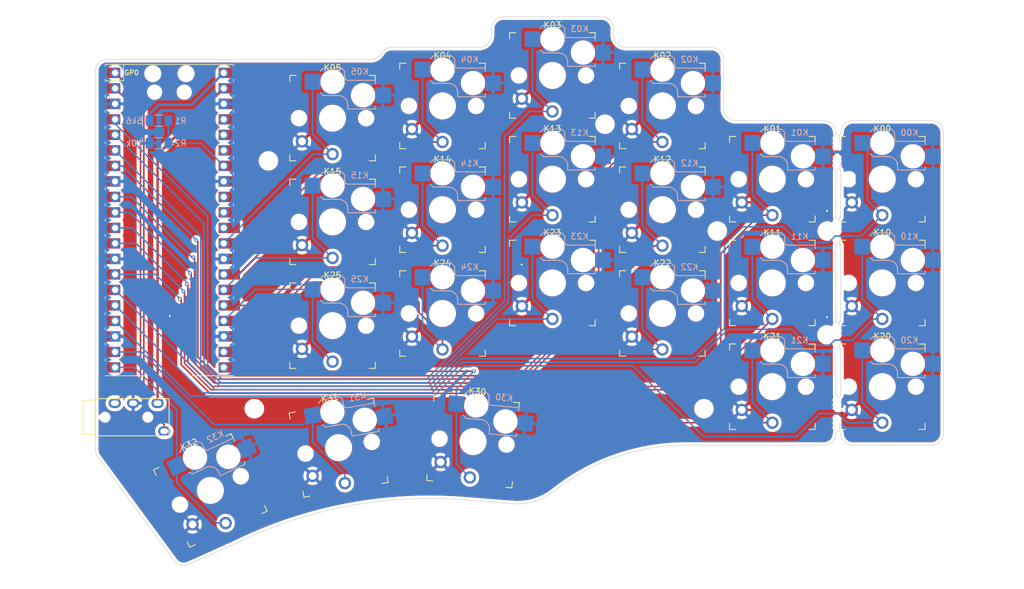
<source format=kicad_pcb>
(kicad_pcb (version 20211014) (generator pcbnew)
  (title_block (rev "rev1.0"))
  (layers (0 "F.Cu" signal) (31 "B.Cu" signal) (34 "B.Paste" user) (35 "F.Paste" user) (36 "B.SilkS" user "B.Silkscreen") (37 "F.SilkS" user "F.Silkscreen") (38 "B.Mask" user) (39 "F.Mask" user) (44 "Edge.Cuts" user))
  (net 0 "")
  (net 1 "GND")
  (net 2 "/k00")
  (net 3 "/k01")
  (net 4 "/k02")
  (net 5 "/k03")
  (net 6 "/k04")
  (net 7 "/k05")
  (net 8 "/k10")
  (net 9 "/k11")
  (net 10 "/k12")
  (net 11 "/k13")
  (net 12 "/k14")
  (net 13 "/k15")
  (net 14 "/k20")
  (net 15 "/k21")
  (net 16 "/k22")
  (net 17 "/k23")
  (net 18 "/k24")
  (net 19 "/k25")
  (net 20 "/k30")
  (net 21 "/k31")
  (net 22 "/k32")
  (net 23 "rx")
  (net 24 "tx")
  (net 25 "VBUS")
  (net 26 "vbus_sense")
  (net 33 "VCC")
  (footprint "keyswitches:Kailh_socket_PG1350_optional" (layer "F.Cu") (at 105.24 94)
    (fp_text reference "K25")
    (fp_text value "KEYSW")
  )
  (footprint "keyswitches:Kailh_socket_PG1350_optional" (layer "F.Cu") (at 123.24 92)
    (fp_text reference "K24")
    (fp_text value "KEYSW")
  )
  (footprint "keyswitches:Kailh_socket_PG1350_optional" (layer "F.Cu") (at 177.24 104)
    (fp_text reference "K21")
    (fp_text value "KEYSW")
  )
  (footprint "keyswitches:Kailh_socket_PG1350_optional" (layer "F.Cu") (at 159.24 58)
    (fp_text reference "K02")
    (fp_text value "KEYSW")
  )
  (footprint "keyswitches:Kailh_socket_PG1350_optional" (layer "F.Cu") (at 195.24 87)
    (fp_text reference "K10")
    (fp_text value "KEYSW")
  )
  (footprint "RPi_Pico:RPi_Pico_SMD_TH" (layer "F.Cu") (at 78.5368 76.708)
    (fp_text reference "U2" hide)
    (fp_text value "Pico")
  )
  (footprint "keyswitches:Kailh_socket_PG1350_optional" (layer "F.Cu") (at 123.24 58)
    (fp_text reference "K04")
    (fp_text value "KEYSW")
  )
  (footprint "keyswitches:Kailh_socket_PG1350_optional" (layer "F.Cu") (at 159.24 75)
    (fp_text reference "K12")
    (fp_text value "KEYSW")
  )
  (footprint "keyswitches:Kailh_socket_PG1350_optional" (layer "F.Cu") (at 128.24 113 -5)
    (fp_text reference "K30")
    (fp_text value "KEYSW")
  )
  (footprint "keyswitches:Kailh_socket_PG1350_optional" (layer "F.Cu") (at 177.24 70)
    (fp_text reference "K01")
    (fp_text value "KEYSW")
  )
  (footprint "keyswitches:Kailh_socket_PG1350_optional" (layer "F.Cu") (at 123.24 75)
    (fp_text reference "K14")
    (fp_text value "KEYSW")
  )
  (footprint "keyswitches:Kailh_socket_PG1350_optional" (layer "F.Cu") (at 141.24 87)
    (fp_text reference "K23")
    (fp_text value "KEYSW")
  )
  (footprint "keyswitches:Kailh_socket_PG1350_optional" (layer "F.Cu") (at 141.24 53)
    (fp_text reference "K03")
    (fp_text value "KEYSW")
  )
  (footprint "keyswitches:Kailh_socket_PG1350_optional" (layer "F.Cu") (at 159.24 92)
    (fp_text reference "K22")
    (fp_text value "KEYSW")
  )
  (footprint "Keebio-Parts:TRRS-PJ-320A" (layer "F.Cu") (at 66.39 109 90)
    (fp_text reference "J1" hide)
    (fp_text value "TRRS")
  )
  (footprint "keyswitches:Kailh_socket_PG1350_optional" (layer "F.Cu") (at 105.24 77)
    (fp_text reference "K15")
    (fp_text value "KEYSW")
  )
  (footprint "keyswitches:Kailh_socket_PG1350_optional" (layer "F.Cu") (at 85.24 121 25)
    (fp_text reference "K32")
    (fp_text value "KEYSW")
  )
  (footprint "keyswitches:Kailh_socket_PG1350_optional" (layer "F.Cu") (at 177.24 87)
    (fp_text reference "K11")
    (fp_text value "KEYSW")
  )
  (footprint "keyswitches:Kailh_socket_PG1350_optional" (layer "F.Cu") (at 105.24 60)
    (fp_text reference "K05")
    (fp_text value "KEYSW")
  )
  (footprint "keyswitches:Kailh_socket_PG1350_optional" (layer "F.Cu") (at 195.24 104)
    (fp_text reference "K20")
    (fp_text value "KEYSW")
  )
  (footprint "keyswitches:Kailh_socket_PG1350_optional" (layer "F.Cu") (at 141.24 70)
    (fp_text reference "K13")
    (fp_text value "KEYSW")
  )
  (footprint "keyswitches:Kailh_socket_PG1350_optional" (layer "F.Cu") (at 195.24 70)
    (fp_text reference "K00")
    (fp_text value "KEYSW")
  )
  (footprint "keyswitches:Kailh_socket_PG1350_optional" (layer "F.Cu") (at 106.24 114 10)
    (fp_text reference "K31")
    (fp_text value "KEYSW")
  )
  (footprint "Resistor_SMD:R_1206_3216Metric_Pad1.30x1.75mm_HandSolder" (layer "B.Cu") (at 76.8096 64.1096 180)
    (fp_text reference "R2")
    (fp_text value "10k")
  )
  (footprint "beekeeb_lib:MountingHole_2.2mm_M2-8mm" (layer "B.Cu") (at 166.04 107.6 180)
    (fp_text reference "H4" hide)
    (fp_text value "MountingHole")
  )
  (footprint "beekeeb_lib:MountingHole_2.2mm_M2-8mm" (layer "B.Cu") (at 94.74 67 180)
    (fp_text reference "H2" hide)
    (fp_text value "MountingHole")
  )
  (footprint "beekeeb_lib:MountingHole_2.2mm_M2-8mm" (layer "B.Cu") (at 186.24 95.5 180)
    (fp_text reference "H4" hide)
    (fp_text value "MountingHole")
  )
  (footprint "beekeeb_lib:mousebites_2" (layer "B.Cu") (at 187.84 78.5 90)
    (fp_text reference "MB1" hide)
    (fp_text value "MountingHole" hide)
  )
  (footprint "Resistor_SMD:R_1206_3216Metric_Pad1.30x1.75mm_HandSolder" (layer "B.Cu") (at 76.8096 60.4012)
    (fp_text reference "R1")
    (fp_text value "5k6")
  )
  (footprint "beekeeb_lib:mousebites_3" (layer "B.Cu") (at 187.84 108.4352 90)
    (fp_text reference "MB3" hide)
    (fp_text value "MountingHole" hide)
  )
  (footprint "beekeeb_lib:mousebites_2" (layer "B.Cu") (at 187.84 95.5 90)
    (fp_text reference "MB2" hide)
    (fp_text value "MountingHole" hide)
  )
  (footprint "beekeeb_lib:MountingHole_2.2mm_M2-8mm" (layer "B.Cu") (at 186.24 78.5 180)
    (fp_text reference "H4" hide)
    (fp_text value "MountingHole")
  )
  (footprint "beekeeb_lib:MountingHole_2.2mm_M2-8mm" (layer "B.Cu") (at 149.84 61 180)
    (fp_text reference "H1" hide)
    (fp_text value "MountingHole")
  )
  (footprint "beekeeb_lib:MountingHole_2.2mm_M2-8mm" (layer "B.Cu") (at 92.44 107.6 180)
    (fp_text reference "H3" hide)
    (fp_text value "MountingHole")
  )
  (footprint "beekeeb_lib:MountingHole_2.2mm_M2-8mm" (layer "B.Cu") (at 168.24 78.5 180)
    (fp_text reference "H1" hide)
    (fp_text value "MountingHole")
  )
  (footprint "beekeeb_lib:mousebites_3" (layer "B.Cu") (at 187.84 65.5352 90)
    (fp_text reference "MB4" hide)
    (fp_text value "MountingHole" hide)
  )
  (gr_line (start 187.64 105.3) (end 187.64 97.9) (layer "Edge.Cuts") (width 0.1))
  (gr_arc (start 66.44 52.2) (mid 66.967208 50.927208) (end 68.24 50.4) (layer "Edge.Cuts") (width 0.1))
  (gr_line (start 185.64 60.4) (end 171.24 60.4) (layer "Edge.Cuts") (width 0.1))
  (gr_arc (start 167.24 48.4) (mid 168.654214 48.985786) (end 169.24 50.4) (layer "Edge.Cuts") (width 0.1))
  (gr_line (start 162.74 113.6) (end 185.64 113.6) (layer "Edge.Cuts") (width 0.1))
  (gr_line (start 66.805956 115.487896) (end 79.290001 132.449999) (layer "Edge.Cuts") (width 0.1))
  (gr_arc (start 141.49 121.125) (mid 138.309029 122.788876) (end 134.74 123.175) (layer "Edge.Cuts") (width 0.1))
  (gr_arc (start 149.24 43.4) (mid 150.654214 43.985786) (end 151.24 45.4) (layer "Edge.Cuts") (width 0.1))
  (gr_arc (start 188.44 62.4) (mid 189.025786 60.985786) (end 190.44 60.4) (layer "Edge.Cuts") (width 0.1))
  (gr_line (start 111.489998 50.399998) (end 68.24 50.4) (layer "Edge.Cuts") (width 0.1))
  (gr_line (start 151.24 46.4) (end 151.24 45.4) (layer "Edge.Cuts") (width 0.1))
  (gr_arc (start 188.44 62.4) (mid 188.04 62.8) (end 187.64 62.4) (layer "Edge.Cuts") (width 0.1))
  (gr_line (start 131.24 45.4) (end 131.24 46.4) (layer "Edge.Cuts") (width 0.1))
  (gr_line (start 187.64 76.1) (end 187.64 68.7) (layer "Edge.Cuts") (width 0.1))
  (gr_arc (start 188.44 93.1) (mid 188.04 93.5) (end 187.64 93.1) (layer "Edge.Cuts") (width 0.1))
  (gr_arc (start 187.64 111.6) (mid 188.04 111.2) (end 188.44 111.6) (layer "Edge.Cuts") (width 0.1))
  (gr_arc (start 188.44 76.1) (mid 188.04 76.5) (end 187.64 76.1) (layer "Edge.Cuts") (width 0.1))
  (gr_arc (start 190.44 113.6) (mid 189.025786 113.014214) (end 188.44 111.6) (layer "Edge.Cuts") (width 0.1))
  (gr_line (start 188.44 105.3) (end 188.44 97.9) (layer "Edge.Cuts") (width 0.1))
  (gr_arc (start 66.805956 115.487896) (mid 66.53394 114.973899) (end 66.44 114.4) (layer "Edge.Cuts") (width 0.1))
  (gr_line (start 169.24 58.4) (end 169.24 50.4) (layer "Edge.Cuts") (width 0.1))
  (gr_arc (start 187.64 68.7) (mid 188.04 68.3) (end 188.44 68.7) (layer "Edge.Cuts") (width 0.1))
  (gr_line (start 203.24 60.4) (end 190.44 60.4) (layer "Edge.Cuts") (width 0.1))
  (gr_line (start 190.44 113.6) (end 203.24 113.6) (layer "Edge.Cuts") (width 0.1))
  (gr_arc (start 131.24 45.4) (mid 131.825786 43.985786) (end 133.24 43.4) (layer "Edge.Cuts") (width 0.1))
  (gr_arc (start 153.24 48.4) (mid 151.825786 47.814214) (end 151.24 46.4) (layer "Edge.Cuts") (width 0.1))
  (gr_arc (start 205.24 111.6) (mid 204.654214 113.014214) (end 203.24 113.6) (layer "Edge.Cuts") (width 0.1))
  (gr_line (start 66.44 113.2) (end 66.44 114.4) (layer "Edge.Cuts") (width 0.1))
  (gr_line (start 134.74 123.175) (end 127.44 122.600001) (layer "Edge.Cuts") (width 0.1))
  (gr_line (start 81.726132 133.121447) (end 89.110601 129.8) (layer "Edge.Cuts") (width 0.1))
  (gr_arc (start 187.64 111.6) (mid 187.054214 113.014214) (end 185.64 113.6) (layer "Edge.Cuts") (width 0.1))
  (gr_arc (start 131.24 46.4) (mid 130.654214 47.814214) (end 129.24 48.4) (layer "Edge.Cuts") (width 0.1))
  (gr_line (start 188.44 76.1) (end 188.44 68.7) (layer "Edge.Cuts") (width 0.1))
  (gr_arc (start 113.24 49.4) (mid 112.497791 50.132385) (end 111.489998 50.399998) (layer "Edge.Cuts") (width 0.1))
  (gr_line (start 205.24 111.6) (end 205.24 62.4) (layer "Edge.Cuts") (width 0.1))
  (gr_arc (start 187.64 97.9) (mid 188.04 97.5) (end 188.44 97.9) (layer "Edge.Cuts") (width 0.1))
  (gr_line (start 188.44 93.1) (end 188.44 80.9) (layer "Edge.Cuts") (width 0.1))
  (gr_arc (start 187.64 80.9) (mid 188.04 80.5) (end 188.44 80.9) (layer "Edge.Cuts") (width 0.1))
  (gr_line (start 149.24 43.4) (end 133.24 43.4) (layer "Edge.Cuts") (width 0.1))
  (gr_arc (start 203.24 60.4) (mid 204.654214 60.985786) (end 205.24 62.4) (layer "Edge.Cuts") (width 0.1))
  (gr_arc (start 141.49 121.125) (mid 151.483771 115.579961) (end 162.74 113.600001) (layer "Edge.Cuts") (width 0.1))
  (gr_line (start 167.24 48.4) (end 153.24 48.4) (layer "Edge.Cuts") (width 0.1))
  (gr_arc (start 113.24 49.4) (mid 113.953846 48.668538) (end 114.94 48.4) (layer "Edge.Cuts") (width 0.1))
  (gr_line (start 187.64 93.1) (end 187.64 80.9) (layer "Edge.Cuts") (width 0.1))
  (gr_line (start 66.44 52.2) (end 66.44 113.2) (layer "Edge.Cuts") (width 0.1))
  (gr_arc (start 188.44 105.3) (mid 188.04 105.7) (end 187.64 105.3) (layer "Edge.Cuts") (width 0.1))
  (gr_arc (start 171.24 60.4) (mid 169.825786 59.814214) (end 169.24 58.4) (layer "Edge.Cuts") (width 0.1))
  (gr_arc (start 185.64 60.4) (mid 187.054214 60.985786) (end 187.64 62.4) (layer "Edge.Cuts") (width 0.1))
  (gr_arc (start 81.726132 133.121447) (mid 80.381489 133.24497) (end 79.290001 132.449999) (layer "Edge.Cuts") (width 0.1))
  (gr_line (start 129.24 48.4) (end 114.94 48.4) (layer "Edge.Cuts") (width 0.1))
  (gr_arc (start 89.110601 129.8) (mid 107.780203 123.564333) (end 127.44 122.600001) (layer "Edge.Cuts") (width 0.1))
  (segment (start 191.2 72.84) (end 190.24 73.8) (width 0.4) (layer "F.Cu") (net 1))
  (segment (start 183.4 73.8) (end 186 71.2) (width 0.4) (layer "F.Cu") (net 1))
  (segment (start 188.084721 65.484721) (end 191.2 68.6) (width 0.4) (layer "F.Cu") (net 1))
  (segment (start 187.651206 65.484721) (end 188.084721 65.484721) (width 0.4) (layer "F.Cu") (net 1))
  (segment (start 189.655279 108.384721) (end 190.24 107.8) (width 0.4) (layer "F.Cu") (net 1))
  (segment (start 191.2 68.6) (end 191.2 72.84) (width 0.4) (layer "F.Cu") (net 1))
  (segment (start 186.965527 107.8) (end 187.550248 108.384721) (width 0.4) (layer "F.Cu") (net 1))
  (segment (start 186 71.2) (end 186 67.135927) (width 0.4) (layer "F.Cu") (net 1))
  (segment (start 172.24 73.8) (end 183.4 73.8) (width 0.4) (layer "F.Cu") (net 1))
  (segment (start 186 67.135927) (end 187.651206 65.484721) (width 0.4) (layer "F.Cu") (net 1))
  (segment (start 187.550248 108.384721) (end 189.655279 108.384721) (width 0.4) (layer "F.Cu") (net 1))
  (segment (start 172.24 107.8) (end 186.965527 107.8) (width 0.4) (layer "F.Cu") (net 1))
  (via (at 186.2 92.6) (size 0.6) (drill 0.3) (layers "F.Cu" "B.Cu") (net 1))
  (via (at 136.2 84) (size 0.6) (drill 0.3) (layers "F.Cu" "B.Cu") (net 1))
  (via (at 78.6 92.4) (size 0.6) (drill 0.3) (layers "F.Cu" "B.Cu") (net 1))
  (via (at 186.2 75.2) (size 0.6) (drill 0.3) (layers "F.Cu" "B.Cu") (net 1))
  (segment (start 191.089521 68.545448) (end 191.089521 72.950479) (width 0.4) (layer "B.Cu") (net 1))
  (segment (start 185.515 66.25) (end 186.179321 65.585679) (width 0.4) (layer "B.Cu") (net 1))
  (segment (start 186.179321 65.585679) (end 188.129752 65.585679) (width 0.4) (layer "B.Cu") (net 1))
  (segment (start 191.089521 72.950479) (end 190.24 73.8) (width 0.4) (layer "B.Cu") (net 1))
  (segment (start 188.129752 65.585679) (end 191.089521 68.545448) (width 0.4) (layer "B.Cu") (net 1))
  (segment (start 186.425289 80.4) (end 181.6 80.4) (width 0.25) (layer "B.Cu") (net 2))
  (segment (start 126.331414 99.4) (end 121.282856 104.448558) (width 0.25) (layer "B.Cu") (net 2))
  (segment (start 164.4 99.4) (end 126.331414 99.4) (width 0.25) (layer "B.Cu") (net 2))
  (segment (start 192.8 64.885) (end 192.8 73.46) (width 0.25) (layer "B.Cu") (net 2))
  (segment (start 181.6 80.4) (end 179 77.8) (width 0.25) (layer "B.Cu") (net 2))
  (segment (start 179 77.8) (end 172.4 77.8) (width 0.25) (layer "B.Cu") (net 2))
  (segment (start 191.965 64.05) (end 192.8 64.885) (width 0.25) (layer "B.Cu") (net 2))
  (segment (start 169.4 80.8) (end 169.4 94.4) (width 0.25) (layer "B.Cu") (net 2))
  (segment (start 191.814521 79.325479) (end 187.49981 79.325479) (width 0.25) (layer "B.Cu") (net 2))
  (segment (start 192.8 73.46) (end 195.24 75.9) (width 0.25) (layer "B.Cu") (net 2))
  (segment (start 172.4 77.8) (end 169.4 80.8) (width 0.25) (layer "B.Cu") (net 2))
  (segment (start 187.49981 79.325479) (end 186.425289 80.4) (width 0.25) (layer "B.Cu") (net 2))
  (segment (start 169.4 94.4) (end 164.4 99.4) (width 0.25) (layer "B.Cu") (net 2))
  (segment (start 195.24 75.9) (end 191.814521 79.325479) (width 0.25) (layer "B.Cu") (net 2))
  (segment (start 121.282856 104.448558) (end 85.957358 104.448558) (width 0.25) (layer "B.Cu") (net 2))
  (segment (start 85.957358 104.448558) (end 69.6468 88.138) (width 0.25) (layer "B.Cu") (net 2))
  (segment (start 175.1 75.9) (end 177.24 75.9) (width 0.25) (layer "F.Cu") (net 3))
  (segment (start 81.55144 99.928578) (end 85.572382 103.94952) (width 0.25) (layer "F.Cu") (net 3))
  (segment (start 168.8 82.2) (end 175.1 75.9) (width 0.25) (layer "F.Cu") (net 3))
  (segment (start 163.45048 103.94952) (end 168.8 98.6) (width 0.25) (layer "F.Cu") (net 3))
  (segment (start 168.8 98.6) (end 168.8 82.2) (width 0.25) (layer "F.Cu") (net 3))
  (segment (start 81.37646 87.2) (end 81.55144 87.37498) (width 0.25) (layer "F.Cu") (net 3))
  (segment (start 81.55144 87.37498) (end 81.55144 99.928578) (width 0.25) (layer "F.Cu") (net 3))
  (segment (start 85.572382 103.94952) (end 163.45048 103.94952) (width 0.25) (layer "F.Cu") (net 3))
  (via (at 81.37646 87.2) (size 0.6) (drill 0.3) (layers "F.Cu" "B.Cu") (net 3))
  (segment (start 173.965 72.625) (end 177.24 75.9) (width 0.25) (layer "B.Cu") (net 3))
  (segment (start 72.4535 77.978) (end 69.6468 77.978) (width 0.25) (layer "B.Cu") (net 3))
  (segment (start 81.37646 86.90096) (end 72.4535 77.978) (width 0.25) (layer "B.Cu") (net 3))
  (segment (start 81.37646 87.2) (end 81.37646 86.90096) (width 0.25) (layer "B.Cu") (net 3))
  (segment (start 173.965 64.05) (end 173.965 72.625) (width 0.25) (layer "B.Cu") (net 3))
  (segment (start 148.8 89.2) (end 148.8 69.8) (width 0.25) (layer "F.Cu") (net 4))
  (segment (start 82.92598 80) (end 83.2 80.27402) (width 0.25) (layer "F.Cu") (net 4))
  (segment (start 135.8 102.2) (end 148.8 89.2) (width 0.25) (layer "F.Cu") (net 4))
  (segment (start 154.7 63.9) (end 159.24 63.9) (width 0.25) (layer "F.Cu") (net 4))
  (segment (start 83.2 80.27402) (end 83.2 99.160222) (width 0.25) (layer "F.Cu") (net 4))
  (segment (start 83.2 99.160222) (end 86.239778 102.2) (width 0.25) (layer "F.Cu") (net 4))
  (segment (start 148.8 69.8) (end 154.7 63.9) (width 0.25) (layer "F.Cu") (net 4))
  (segment (start 86.239778 102.2) (end 135.8 102.2) (width 0.25) (layer "F.Cu") (net 4))
  (via (at 82.92598 80) (size 0.6) (drill 0.3) (layers "F.Cu" "B.Cu") (net 4))
  (segment (start 82.92598 79.94952) (end 70.79446 67.818) (width 0.25) (layer "B.Cu") (net 4))
  (segment (start 82.92598 80) (end 82.92598 79.94952) (width 0.25) (layer "B.Cu") (net 4))
  (segment (start 155.965 60.625) (end 159.24 63.9) (width 0.25) (layer "B.Cu") (net 4))
  (segment (start 70.79446 67.818) (end 69.6468 67.818) (width 0.25) (layer "B.Cu") (net 4))
  (segment (start 155.965 52.05) (end 155.965 60.625) (width 0.25) (layer "B.Cu") (net 4))
  (segment (start 69.6468 60.935568) (end 69.6468 60.198) (width 0.25) (layer "B.Cu") (net 5))
  (segment (start 133.4 63) (end 133.4 90) (width 0.25) (layer "B.Cu") (net 5))
  (segment (start 120.6 102.8) (end 87.2 102.8) (width 0.25) (layer "B.Cu") (net 5))
  (segment (start 87.2 102.8) (end 84.8 100.4) (width 0.25) (layer "B.Cu") (net 5))
  (segment (start 137.5 58.9) (end 133.4 63) (width 0.25) (layer "B.Cu") (net 5))
  (segment (start 84.8 76.088768) (end 69.6468 60.935568) (width 0.25) (layer "B.Cu") (net 5))
  (segment (start 137.965 55.625) (end 141.24 58.9) (width 0.25) (layer "B.Cu") (net 5))
  (segment (start 141.24 58.9) (end 137.5 58.9) (width 0.25) (layer "B.Cu") (net 5))
  (segment (start 137.965 47.05) (end 137.965 55.625) (width 0.25) (layer "B.Cu") (net 5))
  (segment (start 133.4 90) (end 120.6 102.8) (width 0.25) (layer "B.Cu") (net 5))
  (segment (start 84.8 100.4) (end 84.8 76.088768) (width 0.25) (layer "B.Cu") (net 5))
  (segment (start 103.2 68.8) (end 93.8 78.2) (width 0.25) (layer "F.Cu") (net 6))
  (segment (start 123.24 63.9) (end 117.3 63.9) (width 0.25) (layer "F.Cu") (net 6))
  (segment (start 93.8 78.2) (end 93.8 81.6) (width 0.25) (layer "F.Cu") (net 6))
  (segment (start 89.802 85.598) (end 87.4268 85.598) (width 0.25) (layer "F.Cu") (net 6))
  (segment (start 117.3 63.9) (end 112.4 68.8) (width 0.25) (layer "F.Cu") (net 6))
  (segment (start 93.8 81.6) (end 89.802 85.598) (width 0.25) (layer "F.Cu") (net 6))
  (segment (start 112.4 68.8) (end 103.2 68.8) (width 0.25) (layer "F.Cu") (net 6))
  (segment (start 119.965 52.05) (end 119.965 60.625) (width 0.25) (layer "B.Cu") (net 6))
  (segment (start 119.965 60.625) (end 123.24 63.9) (width 0.25) (layer "B.Cu") (net 6))
  (segment (start 101.965 62.625) (end 105.24 65.9) (width 0.25) (layer "B.Cu") (net 7))
  (segment (start 101.965 54.05) (end 101.965 62.625) (width 0.25) (layer "B.Cu") (net 7))
  (segment (start 102.0448 65.9) (end 87.4268 80.518) (width 0.25) (layer "B.Cu") (net 7))
  (segment (start 105.24 65.9) (end 102.0448 65.9) (width 0.25) (layer "B.Cu") (net 7))
  (segment (start 191.965 89.625) (end 195.24 92.9) (width 0.25) (layer "B.Cu") (net 8))
  (segment (start 180.4 94.6) (end 183 97.2) (width 0.25) (layer "B.Cu") (net 8))
  (segment (start 126.508552 100) (end 164.577138 100) (width 0.25) (layer "B.Cu") (net 8))
  (segment (start 187.6 96.4) (end 187.624521 96.375479) (width 0.25) (layer "B.Cu") (net 8))
  (segment (start 187.624521 96.375479) (end 190.327681 96.375479) (width 0.25) (layer "B.Cu") (net 8))
  (segment (start 186.6 97.2) (end 187.4 96.4) (width 0.25) (layer "B.Cu") (net 8))
  (segment (start 164.577138 100) (end 169.977138 94.6) (width 0.25) (layer "B.Cu") (net 8))
  (segment (start 193.80316 92.9) (end 195.24 92.9) (width 0.25) (layer "B.Cu") (net 8))
  (segment (start 191.965 81.05) (end 191.965 89.625) (width 0.25) (layer "B.Cu") (net 8))
  (segment (start 187.4 96.4) (end 187.6 96.4) (width 0.25) (layer "B.Cu") (net 8))
  (segment (start 69.6468 90.678) (end 83.966878 104.998078) (width 0.25) (layer "B.Cu") (net 8))
  (segment (start 169.977138 94.6) (end 180.4 94.6) (width 0.25) (layer "B.Cu") (net 8))
  (segment (start 190.327681 96.375479) (end 193.80316 92.9) (width 0.25) (layer "B.Cu") (net 8))
  (segment (start 121.510474 104.998078) (end 126.508552 100) (width 0.25) (layer "B.Cu") (net 8))
  (segment (start 183 97.2) (end 186.6 97.2) (width 0.25) (layer "B.Cu") (net 8))
  (segment (start 83.966878 104.998078) (end 121.510474 104.998078) (width 0.25) (layer "B.Cu") (net 8))
  (segment (start 165.54 104.6) (end 177.24 92.9) (width 0.25) (layer "F.Cu") (net 9))
  (segment (start 81.00192 88.45092) (end 81.001921 100.156197) (width 0.25) (layer "F.Cu") (net 9))
  (segment (start 85.344763 104.499039) (end 159.49904 104.49904) (width 0.25) (layer "F.Cu") (net 9))
  (segment (start 80.951 88.4) (end 81.00192 88.45092) (width 0.25) (layer "F.Cu") (net 9))
  (segment (start 80.82694 88.4) (end 80.951 88.4) (width 0.25) (layer "F.Cu") (net 9))
  (segment (start 159.49904 104.49904) (end 159.6 104.6) (width 0.25) (layer "F.Cu") (net 9))
  (segment (start 159.6 104.6) (end 165.54 104.6) (width 0.25) (layer "F.Cu") (net 9))
  (segment (start 81.001921 100.156197) (end 85.344763 104.499039) (width 0.25) (layer "F.Cu") (net 9))
  (via (at 80.82694 88.4) (size 0.6) (drill 0.3) (layers "F.Cu" "B.Cu") (net 9))
  (segment (start 80.82694 88.4) (end 80.82694 88.27594) (width 0.25) (layer "B.Cu") (net 9))
  (segment (start 173.965 89.625) (end 177.24 92.9) (width 0.25) (layer "B.Cu") (net 9))
  (segment (start 80.82694 88.27594) (end 73.069 80.518) (width 0.25) (layer "B.Cu") (net 9))
  (segment (start 173.965 81.05) (end 173.965 89.625) (width 0.25) (layer "B.Cu") (net 9))
  (segment (start 73.069 80.518) (end 69.6468 80.518) (width 0.25) (layer "B.Cu") (net 9))
  (segment (start 136.050481 102.749519) (end 157.9 80.9) (width 0.25) (layer "F.Cu") (net 10))
  (segment (start 86.467397 102.749519) (end 136.050481 102.749519) (width 0.25) (layer "F.Cu") (net 10))
  (segment (start 82.65048 82.97498) (end 82.65048 99.38784) (width 0.25) (layer "F.Cu") (net 10))
  (segment (start 157.9 80.9) (end 159.24 80.9) (width 0.25) (layer "F.Cu") (net 10))
  (segment (start 82.4755 82.8) (end 82.65048 82.97498) (width 0.25) (layer "F.Cu") (net 10))
  (segment (start 82.65048 99.38784) (end 86.01216 102.74952) (width 0.25) (layer "F.Cu") (net 10))
  (segment (start 86.01216 102.74952) (end 86.467397 102.749519) (width 0.25) (layer "F.Cu") (net 10))
  (via (at 82.4755 82.8) (size 0.6) (drill 0.3) (layers "F.Cu" "B.Cu") (net 10))
  (segment (start 155.965 77.625) (end 159.24 80.9) (width 0.25) (layer "B.Cu") (net 10))
  (segment (start 82.2 82.8) (end 72.298 72.898) (width 0.25) (layer "B.Cu") (net 10))
  (segment (start 155.965 69.05) (end 155.965 77.625) (width 0.25) (layer "B.Cu") (net 10))
  (segment (start 72.298 72.898) (end 69.6468 72.898) (width 0.25) (layer "B.Cu") (net 10))
  (segment (start 82.4755 82.8) (end 82.2 82.8) (width 0.25) (layer "B.Cu") (net 10))
  (segment (start 134 79.8) (end 137.9 75.9) (width 0.25) (layer "B.Cu") (net 11))
  (segment (start 134 90.177138) (end 134 79.8) (width 0.25) (layer "B.Cu") (net 11))
  (segment (start 120.827619 103.349519) (end 134 90.177138) (width 0.25) (layer "B.Cu") (net 11))
  (segment (start 137.965 72.625) (end 141.24 75.9) (width 0.25) (layer "B.Cu") (net 11))
  (segment (start 137.965 64.05) (end 137.965 72.625) (width 0.25) (layer "B.Cu") (net 11))
  (segment (start 84.2 100.577138) (end 86.972381 103.349519) (width 0.25) (layer "B.Cu") (net 11))
  (segment (start 84.2 77.2912) (end 84.2 100.577138) (width 0.25) (layer "B.Cu") (net 11))
  (segment (start 69.6468 62.738) (end 84.2 77.2912) (width 0.25) (layer "B.Cu") (net 11))
  (segment (start 137.9 75.9) (end 141.24 75.9) (width 0.25) (layer "B.Cu") (net 11))
  (segment (start 86.972381 103.349519) (end 120.827619 103.349519) (width 0.25) (layer "B.Cu") (net 11))
  (segment (start 94.322 90.678) (end 87.4268 90.678) (width 0.25) (layer "F.Cu") (net 12))
  (segment (start 114 84.4) (end 100.6 84.4) (width 0.25) (layer "F.Cu") (net 12))
  (segment (start 123.24 80.9) (end 117.5 80.9) (width 0.25) (layer "F.Cu") (net 12))
  (segment (start 117.5 80.9) (end 114 84.4) (width 0.25) (layer "F.Cu") (net 12))
  (segment (start 100.6 84.4) (end 94.322 90.678) (width 0.25) (layer "F.Cu") (net 12))
  (segment (start 119.965 69.05) (end 119.965 77.625) (width 0.25) (layer "B.Cu") (net 12))
  (segment (start 119.965 77.625) (end 123.24 80.9) (width 0.25) (layer "B.Cu") (net 12))
  (segment (start 105.24 82.9) (end 101.965 79.625) (width 0.25) (layer "B.Cu") (net 13))
  (segment (start 105.24 82.9) (end 92.6648 82.9) (width 0.25) (layer "B.Cu") (net 13))
  (segment (start 92.6648 82.9) (end 87.4268 88.138) (width 0.25) (layer "B.Cu") (net 13))
  (segment (start 101.965 79.625) (end 101.965 71.05) (width 0.25) (layer "B.Cu") (net 13))
  (segment (start 121.852403 105.547597) (end 126.8 100.6) (width 0.25) (layer "B.Cu") (net 14))
  (segment (start 166 112.2) (end 181.2 112.2) (width 0.25) (layer "B.Cu") (net 14))
  (segment (start 189.5 109.9) (end 195.24 109.9) (width 0.25) (layer "B.Cu") (net 14))
  (segment (start 126.8 100.6) (end 154.4 100.6) (width 0.25) (layer "B.Cu") (net 14))
  (segment (start 69.6468 93.218) (end 81.976397 105.547597) (width 0.25) (layer "B.Cu") (net 14))
  (segment (start 181.2 112.2) (end 185 108.4) (width 0.25) (layer "B.Cu") (net 14))
  (segment (start 188 108.4) (end 189.5 109.9) (width 0.25) (layer "B.Cu") (net 14))
  (segment (start 191.965 98.05) (end 191.965 106.625) (width 0.25) (layer "B.Cu") (net 14))
  (segment (start 185 108.4) (end 188 108.4) (width 0.25) (layer "B.Cu") (net 14))
  (segment (start 81.976397 105.547597) (end 121.852403 105.547597) (width 0.25) (layer "B.Cu") (net 14))
  (segment (start 191.965 106.625) (end 195.24 109.9) (width 0.25) (layer "B.Cu") (net 14))
  (segment (start 154.4 100.6) (end 166 112.2) (width 0.25) (layer "B.Cu") (net 14))
  (segment (start 161.1 109.9) (end 177.24 109.9) (width 0.25) (layer "F.Cu") (net 15))
  (segment (start 80.27742 89.6) (end 80.27742 89.65092) (width 0.25) (layer "F.Cu") (net 15))
  (segment (start 80.452402 100.383816) (end 85.166707 105.098121) (width 0.25) (layer "F.Cu") (net 15))
  (segment (start 80.4524 89.8259) (end 80.452402 100.383816) (width 0.25) (layer "F.Cu") (net 15))
  (segment (start 85.166707 105.098121) (end 156.298121 105.098121) (width 0.25) (layer "F.Cu") (net 15))
  (segment (start 156.298121 105.098121) (end 161.1 109.9) (width 0.25) (layer "F.Cu") (net 15))
  (segment (start 80.27742 89.65092) (end 80.4524 89.8259) (width 0.25) (layer "F.Cu") (net 15))
  (via (at 80.27742 89.6) (size 0.6) (drill 0.3) (layers "F.Cu" "B.Cu") (net 15))
  (segment (start 173.965 106.625) (end 177.24 109.9) (width 0.25) (layer "B.Cu") (net 15))
  (segment (start 80.27742 89.6) (end 76.27542 85.598) (width 0.25) (layer "B.Cu") (net 15))
  (segment (start 173.965 98.05) (end 173.965 106.625) (width 0.25) (layer "B.Cu") (net 15))
  (segment (start 76.27542 85.598) (end 69.6468 85.598) (width 0.25) (layer "B.Cu") (net 15))
  (segment (start 82.10096 85.57498) (end 82.10096 99.615458) (width 0.25) (layer "F.Cu") (net 16))
  (segment (start 82.10096 99.615458) (end 85.885502 103.4) (width 0.25) (layer "F.Cu") (net 16))
  (segment (start 81.92598 85.4) (end 82.10096 85.57498) (width 0.25) (layer "F.Cu") (net 16))
  (segment (start 85.885502 103.4) (end 136.177138 103.4) (width 0.25) (layer "F.Cu") (net 16))
  (segment (start 141.677138 97.9) (end 159.24 97.9) (width 0.25) (layer "F.Cu") (net 16))
  (segment (start 136.177138 103.4) (end 141.677138 97.9) (width 0.25) (layer "F.Cu") (net 16))
  (via (at 81.92598 85.4) (size 0.6) (drill 0.3) (layers "F.Cu" "B.Cu") (net 16))
  (segment (start 155.965 94.625) (end 159.24 97.9) (width 0.25) (layer "B.Cu") (net 16))
  (segment (start 72.038 75.438) (end 69.6468 75.438) (width 0.25) (layer "B.Cu") (net 16))
  (segment (start 81.92598 85.4) (end 81.92598 85.32598) (width 0.25) (layer "B.Cu") (net 16))
  (segment (start 155.965 86.05) (end 155.965 94.625) (width 0.25) (layer "B.Cu") (net 16))
  (segment (start 81.92598 85.32598) (end 72.038 75.438) (width 0.25) (layer "B.Cu") (net 16))
  (segment (start 69.6468 65.278) (end 83.65048 79.28168) (width 0.25) (layer "B.Cu") (net 17))
  (segment (start 83.650481 100.804757) (end 86.744763 103.899039) (width 0.25) (layer "B.Cu") (net 17))
  (segment (start 137.965 89.625) (end 141.24 92.9) (width 0.25) (layer "B.Cu") (net 17))
  (segment (start 86.744763 103.899039) (end 121.055238 103.899038) (width 0.25) (layer "B.Cu") (net 17))
  (segment (start 132.054276 92.9) (end 141.24 92.9) (width 0.25) (layer "B.Cu") (net 17))
  (segment (start 121.055238 103.899038) (end 132.054276 92.9) (width 0.25) (layer "B.Cu") (net 17))
  (segment (start 137.965 81.05) (end 137.965 89.625) (width 0.25) (layer "B.Cu") (net 17))
  (segment (start 83.65048 79.28168) (end 83.650481 100.804757) (width 0.25) (layer "B.Cu") (net 17))
  (segment (start 89.502 98.298) (end 87.4268 98.298) (width 0.25) (layer "F.Cu") (net 18))
  (segment (start 115.275479 86.075479) (end 101.724521 86.075479) (width 0.25) (layer "F.Cu") (net 18))
  (segment (start 119.4 91.857554) (end 119.4 90.2) (width 0.25) (layer "F.Cu") (net 18))
  (segment (start 123.24 95.697554) (end 119.4 91.857554) (width 0.25) (layer "F.Cu") (net 18))
  (segment (start 123.24 97.9) (end 123.24 95.697554) (width 0.25) (layer "F.Cu") (net 18))
  (segment (start 119.4 90.2) (end 115.275479 86.075479) (width 0.25) (layer "F.Cu") (net 18))
  (segment (start 101.724521 86.075479) (end 89.502 98.298) (width 0.25) (layer "F.Cu") (net 18))
  (segment (start 119.965 94.625) (end 123.24 97.9) (width 0.25) (layer "B.Cu") (net 18))
  (segment (start 119.965 86.05) (end 119.965 94.625) (width 0.25) (layer "B.Cu") (net 18))
  (segment (start 101.965 88.05) (end 92.5948 88.05) (width 0.25) (layer "B.Cu") (net 19))
  (segment (start 92.5948 88.05) (end 87.4268 93.218) (width 0.25) (layer "B.Cu") (net 19))
  (segment (start 101.965 96.625) (end 101.965 88.05) (width 0.25) (layer "B.Cu") (net 19))
  (segment (start 105.24 99.9) (end 101.965 96.625) (width 0.25) (layer "B.Cu") (net 19))
  (segment (start 128.4 101.4755) (end 88.0643 101.4755) (width 0.25) (layer "F.Cu") (net 20))
  (segment (start 88.0643 101.4755) (end 87.4268 100.838) (width 0.25) (layer "F.Cu") (net 20))
  (via (at 128.4 101.4755) (size 0.6) (drill 0.3) (layers "F.Cu" "B.Cu") (net 20))
  (segment (start 125.496039 116.647807) (end 127.725781 118.877549) (width 0.25) (layer "B.Cu") (net 20))
  (segment (start 125.496039 106.787206) (end 125.496039 116.647807) (width 0.25) (layer "B.Cu") (net 20))
  (segment (start 125.496039 106.787206) (end 125.496039 104.379461) (width 0.25) (layer "B.Cu") (net 20))
  (segment (start 125.496039 104.379461) (end 128.4 101.4755) (width 0.25) (layer "B.Cu") (net 20))
  (segment (start 107.264524 118.373526) (end 101.981548 113.09055) (width 0.25) (layer "B.Cu") (net 21))
  (segment (start 100.49064 110.2) (end 101.981548 108.709092) (width 0.25) (layer "B.Cu") (net 21))
  (segment (start 85.851662 110.2) (end 100.49064 110.2) (width 0.25) (layer "B.Cu") (net 21))
  (segment (start 107.264524 119.810366) (end 107.264524 118.373526) (width 0.25) (layer "B.Cu") (net 21))
  (segment (start 101.981548 113.09055) (end 101.981548 108.709092) (width 0.25) (layer "B.Cu") (net 21))
  (segment (start 73.949662 98.298) (end 85.851662 110.2) (width 0.25) (layer "B.Cu") (net 21))
  (segment (start 69.6468 98.298) (end 73.949662 98.298) (width 0.25) (layer "B.Cu") (net 21))
  (segment (start 79.757263 107.794109) (end 79.757263 116.991543) (width 0.25) (layer "B.Cu") (net 22))
  (segment (start 72.801154 100.838) (end 79.757263 107.794109) (width 0.25) (layer "B.Cu") (net 22))
  (segment (start 87.733448 126.347216) (end 86.296608 126.347216) (width 0.25) (layer "B.Cu") (net 22))
  (segment (start 69.6468 100.838) (end 72.801154 100.838) (width 0.25) (layer "B.Cu") (net 22))
  (segment (start 86.296608 126.347216) (end 79.757263 119.807871) (width 0.25) (layer "B.Cu") (net 22))
  (segment (start 79.757263 119.807871) (end 79.757263 116.991543) (width 0.25) (layer "B.Cu") (net 22))
  (segment (start 69.6468 55.118) (end 73.8 59.2712) (width 0.25) (layer "F.Cu") (net 23))
  (segment (start 73.8 59.2712) (end 73.8 102.49) (width 0.25) (layer "F.Cu") (net 23))
  (segment (start 73.8 102.49) (end 69.59 106.7) (width 0.25) (layer "F.Cu") (net 23))
  (segment (start 77.69 110.25) (end 74.34952 106.90952) (width 0.25) (layer "F.Cu") (net 24))
  (segment (start 77.69 111.3) (end 77.69 110.25) (width 0.25) (layer "F.Cu") (net 24))
  (segment (start 74.34952 106.90952) (end 74.34952 57.28072) (width 0.25) (layer "F.Cu") (net 24))
  (segment (start 74.34952 57.28072) (end 69.6468 52.578) (width 0.25) (layer "F.Cu") (net 24))
  (segment (start 76.8 57.8) (end 75.2596 59.3404) (width 0.4) (layer "B.Cu") (net 25))
  (segment (start 82.2048 57.8) (end 76.8 57.8) (width 0.4) (layer "B.Cu") (net 25))
  (segment (start 87.4268 52.578) (end 82.2048 57.8) (width 0.4) (layer "B.Cu") (net 25))
  (segment (start 75.2596 59.3404) (end 75.2596 60.4012) (width 0.4) (layer "B.Cu") (net 25))
  (segment (start 78.3596 64.1096) (end 83.7184 64.1096) (width 0.25) (layer "B.Cu") (net 26))
  (segment (start 83.7184 64.1096) (end 87.4268 67.818) (width 0.25) (layer "B.Cu") (net 26))
  (segment (start 78.3596 60.4012) (end 78.3596 64.1096) (width 0.25) (layer "B.Cu") (net 26))
  (segment (start 76.59 106.7) (end 76.6 106.69) (width 0.4) (layer "F.Cu") (net 33))
  (segment (start 87.409898 55.118) (end 87.4268 55.118) (width 0.4) (layer "F.Cu") (net 33))
  (segment (start 76.6 65.927898) (end 87.409898 55.118) (width 0.4) (layer "F.Cu") (net 33))
  (segment (start 76.6 106.69) (end 76.6 65.927898) (width 0.4) (layer "F.Cu") (net 33))
  (zone (net 1) (net_name "GND") (layers F&B.Cu) (connect_pads (clearance 0.508)) (min_thickness 0.25) (fill yes (thermal_gap 0.508) (thermal_bridge_width 0.508))
    (polygon (pts (xy 50.8 137.16) (xy 218.44 137.16) (xy 218.44 40.64) (xy 50.8 40.64)))
  )
)
</source>
